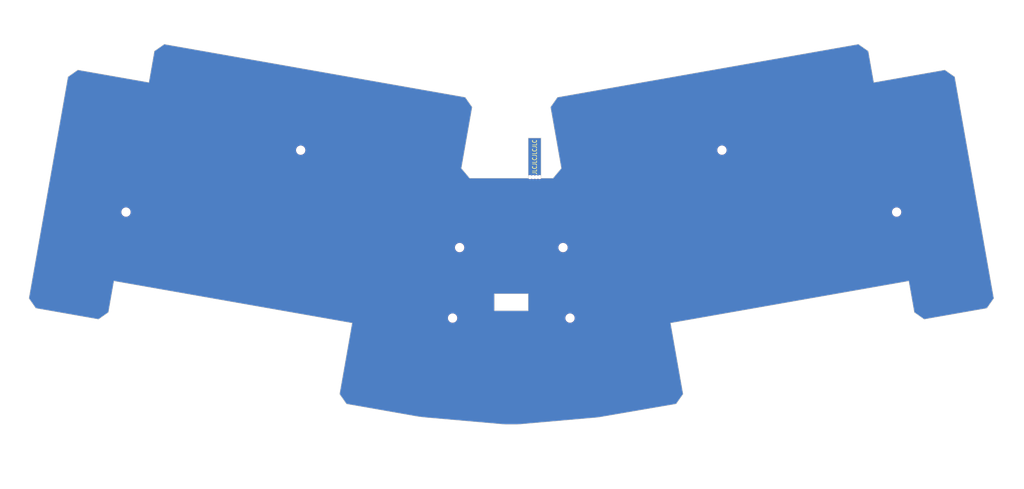
<source format=kicad_pcb>
(kicad_pcb (version 20221018) (generator pcbnew)
  (layers (0 "F.Cu" signal) (31 "B.Cu" signal) (34 "B.Paste" user) (35 "F.Paste" user) (36 "B.SilkS" user "B.Silkscreen") (37 "F.SilkS" user "F.Silkscreen") (38 "B.Mask" user) (39 "F.Mask" user) (44 "Edge.Cuts" user))
  (net 0 "")
  (footprint "kbd_Hole:m2_Screw_Hole_EdgeCuts" (layer "F.Cu") (at 41.922798 56.034725)
    (fp_text reference "Ref**" hide)
    (fp_text value "Val**" hide)
    (fp_circle (center 0 0) (end 1.1 0) (stroke (width 0.01)) (fill none) (layer "Edge.Cuts"))
  )
  (footprint "kbd_Hole:m2_Screw_Hole_EdgeCuts" (layer "F.Cu") (at 223.956255 56.034725)
    (fp_text reference "Ref**" hide)
    (fp_text value "Val**" hide)
    (fp_circle (center 0 0) (end 1.1 0) (stroke (width 0.01)) (fill none) (layer "Edge.Cuts"))
  )
  (footprint "kbd_Hole:m2_Screw_Hole_EdgeCuts" (layer "F.Cu") (at 145.152758 64.416722)
    (fp_text reference "Ref**" hide)
    (fp_text value "Val**" hide)
    (fp_circle (center 0 0) (end 1.1 0) (stroke (width 0.01)) (fill none) (layer "Edge.Cuts"))
  )
  (footprint "kbd_Hole:Mouse_Bite_Hole" (layer "F.Cu") (at 138.456255 47.774725)
    (fp_text reference "Ref**")
    (fp_text value "Val**")
    (pad "" np_thru_hole circle (at -1.1 0) (size 0.5 0.5) (drill 0.5) (layers "*.Cu" "*.Mask"))
    (pad "" np_thru_hole circle (at -0.35 0) (size 0.5 0.5) (drill 0.5) (layers "*.Cu" "*.Mask"))
    (pad "" np_thru_hole circle (at 0.4 0) (size 0.5 0.5) (drill 0.5) (layers "*.Cu" "*.Mask"))
    (pad "" np_thru_hole circle (at 1.15 0) (size 0.5 0.5) (drill 0.5) (layers "*.Cu" "*.Mask"))
  )
  (footprint "kbd_Hole:m2_Screw_Hole_EdgeCuts" (layer "F.Cu") (at 83.183824 41.412089)
    (fp_text reference "Ref**" hide)
    (fp_text value "Val**" hide)
    (fp_circle (center 0 0) (end 1.1 0) (stroke (width 0.01)) (fill none) (layer "Edge.Cuts"))
  )
  (footprint "kbd_Hole:m2_Screw_Hole_EdgeCuts" (layer "F.Cu") (at 120.726427 64.417372)
    (fp_text reference "Ref**" hide)
    (fp_text value "Val**" hide)
    (fp_circle (center 0 0) (end 1.1 0) (stroke (width 0.01)) (fill none) (layer "Edge.Cuts"))
  )
  (footprint "kbd_Hole:m2_Screw_Hole_EdgeCuts" (layer "F.Cu") (at 119.061319 81.07143)
    (fp_text reference "Ref**" hide)
    (fp_text value "Val**" hide)
    (fp_circle (center 0 0) (end 1.1 0) (stroke (width 0.01)) (fill none) (layer "Edge.Cuts"))
  )
  (footprint "kbd_Hole:m2_Screw_Hole_EdgeCuts" (layer "F.Cu") (at 182.688311 41.405031)
    (fp_text reference "Ref**" hide)
    (fp_text value "Val**" hide)
    (fp_circle (center 0 0) (end 1.1 0) (stroke (width 0.01)) (fill none) (layer "Edge.Cuts"))
  )
  (footprint "kbd_Hole:m2_Screw_Hole_EdgeCuts" (layer "F.Cu") (at 146.803759 81.07143)
    (fp_text reference "Ref**" hide)
    (fp_text value "Val**" hide)
    (fp_circle (center 0 0) (end 1.1 0) (stroke (width 0.01)) (fill none) (layer "Edge.Cuts"))
  )
  (gr_line (start 122.959566 30.209421) (end 122.680178 29.810431) (stroke (width 0.100012)) (layer "Edge.Cuts"))
  (gr_line (start 136.956255 48.02858) (end 123.101061 48.02858) (stroke (width 0.100012)) (layer "Edge.Cuts"))
  (gr_line (start 229.767183 80.86853) (end 229.981661 81.018707) (stroke (width 0.100012)) (layer "Edge.Cuts"))
  (gr_line (start 173.025011 99.710526) (end 173.175997 99.495873) (stroke (width 0.100012)) (layer "Edge.Cuts"))
  (gr_line (start 28.46655 23.906326) (end 28.46655 23.906326) (stroke (width 0.100012)) (layer "Edge.Cuts"))
  (gr_line (start 123.100321 30.410854) (end 123.100321 30.410854) (stroke (width 0.100012)) (layer "Edge.Cuts"))
  (gr_line (start 20.134151 78.049767) (end 20.134151 78.049767) (stroke (width 0.100012)) (layer "Edge.Cuts"))
  (gr_line (start 236.444261 23.220176) (end 236.244249 23.079769) (stroke (width 0.100012)) (layer "Edge.Cuts"))
  (gr_line (start 19.271398 76.817692) (end 19.271398 76.817692) (stroke (width 0.100012)) (layer "Edge.Cuts"))
  (gr_line (start 144.167192 46.386755) (end 143.995386 46.591366) (stroke (width 0.100012)) (layer "Edge.Cuts"))
  (gr_line (start 228.753679 80.158955) (end 228.753679 80.158955) (stroke (width 0.100012)) (layer "Edge.Cuts"))
  (gr_line (start 50.554811 16.660991) (end 50.336372 16.813744) (stroke (width 0.100012)) (layer "Edge.Cuts"))
  (gr_line (start 93.378382 100.455742) (end 93.378382 100.455742) (stroke (width 0.100012)) (layer "Edge.Cuts"))
  (gr_line (start 173.175997 99.495873) (end 173.175997 99.495873) (stroke (width 0.100012)) (layer "Edge.Cuts"))
  (gr_line (start 122.385958 29.390624) (end 122.385958 29.390624) (stroke (width 0.100012)) (layer "Edge.Cuts"))
  (gr_line (start 134.469225 106.179489) (end 134.469225 106.179489) (stroke (width 0.100012)) (layer "Edge.Cuts"))
  (gr_line (start 143.4013 29.534914) (end 143.4013 29.534914) (stroke (width 0.100012)) (layer "Edge.Cuts"))
  (gr_line (start 110.793962 104.310043) (end 110.793962 104.310043) (stroke (width 0.100012)) (layer "Edge.Cuts"))
  (gr_line (start 236.244249 23.079769) (end 236.244249 23.079769) (stroke (width 0.100012)) (layer "Edge.Cuts"))
  (gr_line (start 245.554354 78.338516) (end 245.707079 78.120075) (stroke (width 0.100012)) (layer "Edge.Cuts"))
  (gr_line (start 50.336372 16.813744) (end 50.336372 16.813744) (stroke (width 0.100012)) (layer "Edge.Cuts"))
  (gr_line (start 50.952852 16.382294) (end 50.952852 16.382294) (stroke (width 0.100012)) (layer "Edge.Cuts"))
  (gr_line (start 172.880739 99.915917) (end 172.880739 99.915917) (stroke (width 0.100012)) (layer "Edge.Cuts"))
  (gr_line (start 131.418756 106.179489) (end 131.418756 106.179489) (stroke (width 0.100012)) (layer "Edge.Cuts"))
  (gr_line (start 136.943621 75.319512) (end 128.942629 75.319512) (stroke (width 0.100012)) (layer "Edge.Cuts"))
  (gr_line (start 131.418756 106.179489) (end 134.469225 106.179489) (stroke (width 0.100012)) (layer "Edge.Cuts"))
  (gr_line (start 246.898134 76.419655) (end 246.898134 76.419655) (stroke (width 0.100012)) (layer "Edge.Cuts"))
  (gr_line (start 218.561281 25.415164) (end 217.252825 18.004013) (stroke (width 0.100012)) (layer "Edge.Cuts"))
  (gr_line (start 122.171129 46.920504) (end 122.00638 46.724005) (stroke (width 0.100012)) (layer "Edge.Cuts"))
  (gr_line (start 28.694162 23.746872) (end 28.694162 23.746872) (stroke (width 0.100012)) (layer "Edge.Cuts"))
  (gr_line (start 30.538731 22.455356) (end 30.373561 22.571071) (stroke (width 0.100012)) (layer "Edge.Cuts"))
  (gr_line (start 236.642885 23.359169) (end 236.444261 23.220176) (stroke (width 0.100012)) (layer "Edge.Cuts"))
  (gr_line (start 172.600283 100.314873) (end 172.739977 100.116051) (stroke (width 0.100012)) (layer "Edge.Cuts"))
  (gr_line (start 123.100321 30.410854) (end 122.959566 30.209421) (stroke (width 0.100012)) (layer "Edge.Cuts"))
  (gr_line (start 39.059336 72.316212) (end 95.34054 82.23999) (stroke (width 0.100012)) (layer "Edge.Cuts"))
  (gr_line (start 19.108308 76.584828) (end 19.271398 76.817692) (stroke (width 0.100012)) (layer "Edge.Cuts"))
  (gr_line (start 142.210688 31.235658) (end 142.210688 31.235658) (stroke (width 0.100012)) (layer "Edge.Cuts"))
  (gr_line (start 235.596559 22.626454) (end 235.352083 22.455356) (stroke (width 0.100012)) (layer "Edge.Cuts"))
  (gr_line (start 121.664186 46.316197) (end 121.664186 46.316197) (stroke (width 0.100012)) (layer "Edge.Cuts"))
  (gr_line (start 171.994554 101.176079) (end 171.994554 101.176079) (stroke (width 0.100012)) (layer "Edge.Cuts"))
  (gr_line (start 143.003374 47.773525) (end 142.862963 47.940743) (stroke (width 0.100012)) (layer "Edge.Cuts"))
  (gr_line (start 236.844301 23.500278) (end 236.844301 23.500278) (stroke (width 0.100012)) (layer "Edge.Cuts"))
  (gr_line (start 18.992633 76.419655) (end 18.992633 76.419655) (stroke (width 0.100012)) (layer "Edge.Cuts"))
  (gr_line (start 93.831705 101.103195) (end 94.002802 101.347847) (stroke (width 0.100012)) (layer "Edge.Cuts"))
  (gr_line (start 36.260574 80.771912) (end 36.461975 80.630829) (stroke (width 0.100012)) (layer "Edge.Cuts"))
  (gr_line (start 37.280737 80.057499) (end 37.280737 80.057499) (stroke (width 0.100012)) (layer "Edge.Cuts"))
  (gr_line (start 122.536241 29.605113) (end 122.385958 29.390624) (stroke (width 0.100012)) (layer "Edge.Cuts"))
  (gr_line (start 36.660766 80.491623) (end 36.660766 80.491623) (stroke (width 0.100012)) (layer "Edge.Cuts"))
  (gr_line (start 123.246019 30.618989) (end 123.246019 30.618989) (stroke (width 0.100012)) (layer "Edge.Cuts"))
  (gr_line (start 217.252825 18.004013) (end 217.087374 17.888299) (stroke (width 0.100012)) (layer "Edge.Cuts"))
  (gr_line (start 144.348871 46.170151) (end 144.348871 46.170151) (stroke (width 0.100012)) (layer "Edge.Cuts"))
  (gr_line (start 19.990359 77.844414) (end 19.990359 77.844414) (stroke (width 0.100012)) (layer "Edge.Cuts"))
  (gr_line (start 49.926973 17.100548) (end 49.926973 17.100548) (stroke (width 0.100012)) (layer "Edge.Cuts"))
  (gr_line (start 35.436169 81.349228) (end 35.436169 81.349228) (stroke (width 0.100012)) (layer "Edge.Cuts"))
  (gr_line (start 143.136019 47.615832) (end 143.003374 47.773525) (stroke (width 0.100012)) (layer "Edge.Cuts"))
  (gr_line (start 37.752966 79.726803) (end 39.059336 72.316212) (stroke (width 0.100012)) (layer "Edge.Cuts"))
  (gr_line (start 121.838808 46.524332) (end 121.838808 46.524332) (stroke (width 0.100012)) (layer "Edge.Cuts"))
  (gr_line (start 171.994554 101.176079) (end 172.158586 100.942993) (stroke (width 0.100012)) (layer "Edge.Cuts"))
  (gr_line (start 142.975504 30.143106) (end 142.835451 30.343481) (stroke (width 0.100012)) (layer "Edge.Cuts"))
  (gr_line (start 143.664125 46.986126) (end 143.496561 47.185799) (stroke (width 0.100012)) (layer "Edge.Cuts"))
  (gr_line (start 172.31241 100.724381) (end 172.458452 100.51635) (stroke (width 0.100012)) (layer "Edge.Cuts"))
  (gr_line (start 215.827989 17.006707) (end 215.408174 16.712845) (stroke (width 0.100012)) (layer "Edge.Cuts"))
  (gr_line (start 95.34054 82.23999) (end 92.380739 99.031052) (stroke (width 0.100012)) (layer "Edge.Cuts"))
  (gr_line (start 50.787647 16.498009) (end 50.787647 16.498009) (stroke (width 0.100012)) (layer "Edge.Cuts"))
  (gr_line (start 144.167192 46.386755) (end 144.167192 46.386755) (stroke (width 0.100012)) (layer "Edge.Cuts"))
  (gr_line (start 37.066212 80.207707) (end 37.280737 80.057499) (stroke (width 0.100012)) (layer "Edge.Cuts"))
  (gr_line (start 93.237985 100.255646) (end 93.378382 100.455742) (stroke (width 0.100012)) (layer "Edge.Cuts"))
  (gr_line (start 172.31241 100.724381) (end 172.31241 100.724381) (stroke (width 0.100012)) (layer "Edge.Cuts"))
  (gr_line (start 121.20521 45.769383) (end 121.131479 45.681545) (stroke (width 0.100012)) (layer "Edge.Cuts"))
  (gr_line (start 216.636171 17.572564) (end 216.636171 17.572564) (stroke (width 0.100012)) (layer "Edge.Cuts"))
  (gr_line (start 112.442499 104.518326) (end 131.418756 106.179489) (stroke (width 0.100012)) (layer "Edge.Cuts"))
  (gr_line (start 134.469225 106.179489) (end 153.44832 104.518326) (stroke (width 0.100012)) (layer "Edge.Cuts"))
  (gr_line (start 122.055414 28.918608) (end 122.055414 28.918608) (stroke (width 0.100012)) (layer "Edge.Cuts"))
  (gr_line (start 142.975504 30.143106) (end 142.975504 30.143106) (stroke (width 0.100012)) (layer "Edge.Cuts"))
  (gr_line (start 245.993929 77.710678) (end 246.133272 77.511891) (stroke (width 0.100012)) (layer "Edge.Cuts"))
  (gr_line (start 143.321932 47.393933) (end 143.136019 47.615832) (stroke (width 0.100012)) (layer "Edge.Cuts"))
  (gr_line (start 143.554399 29.316549) (end 143.554399 29.316549) (stroke (width 0.100012)) (layer "Edge.Cuts"))
  (gr_line (start 143.321932 47.393933) (end 143.321932 47.393933) (stroke (width 0.100012)) (layer "Edge.Cuts"))
  (gr_line (start 236.038927 22.936189) (end 236.038927 22.936189) (stroke (width 0.100012)) (layer "Edge.Cuts"))
  (gr_line (start 28.221898 24.077423) (end 18.992633 76.419655) (stroke (width 0.100012)) (layer "Edge.Cuts"))
  (gr_line (start 229.162889 80.445549) (end 229.561861 80.72477) (stroke (width 0.100012)) (layer "Edge.Cuts"))
  (gr_line (start 123.399126 30.837362) (end 123.246019 30.618989) (stroke (width 0.100012)) (layer "Edge.Cuts"))
  (gr_line (start 236.844301 23.500278) (end 236.642885 23.359169) (stroke (width 0.100012)) (layer "Edge.Cuts"))
  (gr_line (start 245.275652 78.736561) (end 245.391374 78.571388) (stroke (width 0.100012)) (layer "Edge.Cuts"))
  (gr_line (start 245.391374 78.571388) (end 245.554354 78.338516) (stroke (width 0.100012)) (layer "Edge.Cuts"))
  (gr_line (start 36.660766 80.491623) (end 36.860895 80.351502) (stroke (width 0.100012)) (layer "Edge.Cuts"))
  (gr_line (start 36.05261 80.917496) (end 36.260574 80.771912) (stroke (width 0.100012)) (layer "Edge.Cuts"))
  (gr_line (start 36.260574 80.771912) (end 36.260574 80.771912) (stroke (width 0.100012)) (layer "Edge.Cuts"))
  (gr_line (start 35.601339 81.233551) (end 35.601339 81.233551) (stroke (width 0.100012)) (layer "Edge.Cuts"))
  (gr_line (start 144.613802 45.854065) (end 144.477632 46.016691) (stroke (width 0.100012)) (layer "Edge.Cuts"))
  (gr_line (start 36.860895 80.351502) (end 36.860895 80.351502) (stroke (width 0.100012)) (layer "Edge.Cuts"))
  (gr_line (start 215.408174 16.712845) (end 215.408174 16.712845) (stroke (width 0.100012)) (layer "Edge.Cuts"))
  (gr_line (start 245.275652 78.736561) (end 245.275652 78.736561) (stroke (width 0.100012)) (layer "Edge.Cuts"))
  (gr_line (start 246.726656 76.664303) (end 246.726656 76.664303) (stroke (width 0.100012)) (layer "Edge.Cuts"))
  (gr_line (start 122.171129 46.920504) (end 122.171129 46.920504) (stroke (width 0.100012)) (layer "Edge.Cuts"))
  (gr_line (start 215.827989 17.006707) (end 215.827989 17.006707) (stroke (width 0.100012)) (layer "Edge.Cuts"))
  (gr_line (start 29.512889 23.17361) (end 29.314098 23.312604) (stroke (width 0.100012)) (layer "Edge.Cuts"))
  (gr_line (start 28.908687 23.59659) (end 28.908687 23.59659) (stroke (width 0.100012)) (layer "Edge.Cuts"))
  (gr_line (start 170.547472 82.23999) (end 226.82892 72.316212) (stroke (width 0.100012)) (layer "Edge.Cuts"))
  (gr_line (start 48.635948 18.004716) (end 47.329645 25.415164) (stroke (width 0.100012)) (layer "Edge.Cuts"))
  (gr_line (start 218.561281 25.415164) (end 218.561281 25.415164) (stroke (width 0.100012)) (layer "Edge.Cuts"))
  (gr_line (start 123.67782 31.235295) (end 123.562105 31.070196) (stroke (width 0.100012)) (layer "Edge.Cuts"))
  (gr_line (start 143.828874 46.789625) (end 143.828874 46.789625) (stroke (width 0.100012)) (layer "Edge.Cuts"))
  (gr_line (start 20.284364 78.264294) (end 20.443749 78.491905) (stroke (width 0.100012)) (layer "Edge.Cuts"))
  (gr_line (start 39.059336 72.316212) (end 39.059336 72.316212) (stroke (width 0.100012)) (layer "Edge.Cuts"))
  (gr_line (start 37.066212 80.207707) (end 37.066212 80.207707) (stroke (width 0.100012)) (layer "Edge.Cuts"))
  (gr_line (start 122.819895 47.693438) (end 122.819895 47.693438) (stroke (width 0.100012)) (layer "Edge.Cuts"))
  (gr_line (start 92.496446 99.196221) (end 92.659433 99.429054) (stroke (width 0.100012)) (layer "Edge.Cuts"))
  (gr_line (start 48.880598 17.833271) (end 48.880598 17.833271) (stroke (width 0.100012)) (layer "Edge.Cuts"))
  (gr_line (start 143.664125 46.986126) (end 143.664125 46.986126) (stroke (width 0.100012)) (layer "Edge.Cuts"))
  (gr_line (start 142.210688 31.235658) (end 144.758798 45.681198) (stroke (width 0.100012)) (layer "Edge.Cuts"))
  (gr_line (start 92.95788 99.855454) (end 93.098993 100.056854) (stroke (width 0.100012)) (layer "Edge.Cuts"))
  (gr_line (start 122.680178 29.810431) (end 122.680178 29.810431) (stroke (width 0.100012)) (layer "Edge.Cuts"))
  (gr_line (start 216.428392 17.426868) (end 216.226961 17.285759) (stroke (width 0.100012)) (layer "Edge.Cuts"))
  (gr_line (start 122.819895 47.693438) (end 122.509455 47.323374) (stroke (width 0.100012)) (layer "Edge.Cuts"))
  (gr_line (start 50.128408 16.959439) (end 50.128408 16.959439) (stroke (width 0.100012)) (layer "Edge.Cuts"))
  (gr_line (start 49.528087 17.379956) (end 49.322737 17.523536) (stroke (width 0.100012)) (layer "Edge.Cuts"))
  (gr_line (start 172.158586 100.942993) (end 172.31241 100.724381) (stroke (width 0.100012)) (layer "Edge.Cuts"))
  (gr_line (start 93.831705 101.103195) (end 93.831705 101.103195) (stroke (width 0.100012)) (layer "Edge.Cuts"))
  (gr_line (start 30.538731 22.455356) (end 30.538731 22.455356) (stroke (width 0.100012)) (layer "Edge.Cuts"))
  (gr_line (start 229.981661 81.018707) (end 230.454027 81.349289) (stroke (width 0.100012)) (layer "Edge.Cuts"))
  (gr_line (start 173.175997 99.495873) (end 173.336168 99.268044) (stroke (width 0.100012)) (layer "Edge.Cuts"))
  (gr_line (start 123.562105 31.070196) (end 123.562105 31.070196) (stroke (width 0.100012)) (layer "Edge.Cuts"))
  (gr_line (start 122.055414 28.918608) (end 50.952852 16.382294) (stroke (width 0.100012)) (layer "Edge.Cuts"))
  (gr_line (start 122.385958 29.390624) (end 122.226862 29.163078) (stroke (width 0.100012)) (layer "Edge.Cuts"))
  (gr_line (start 121.131479 45.681545) (end 123.67782 31.235295) (stroke (width 0.100012)) (layer "Edge.Cuts"))
  (gr_line (start 49.108211 17.673817) (end 49.108211 17.673817) (stroke (width 0.100012)) (layer "Edge.Cuts"))
  (gr_line (start 19.711029 77.44553) (end 19.711029 77.44553) (stroke (width 0.100012)) (layer "Edge.Cuts"))
  (gr_line (start 29.922253 22.886806) (end 29.922253 22.886806) (stroke (width 0.100012)) (layer "Edge.Cuts"))
  (gr_line (start 94.002802 101.347847) (end 94.002802 101.347847) (stroke (width 0.100012)) (layer "Edge.Cuts"))
  (gr_line (start 237.668764 24.077415) (end 237.668764 24.077415) (stroke (width 0.100012)) (layer "Edge.Cuts"))
  (gr_line (start 228.302477 79.843041) (end 228.535295 80.006024) (stroke (width 0.100012)) (layer "Edge.Cuts"))
  (gr_line (start 92.812189 99.647492) (end 92.95788 99.855454) (stroke (width 0.100012)) (layer "Edge.Cuts"))
  (gr_line (start 144.613802 45.854065) (end 144.613802 45.854065) (stroke (width 0.100012)) (layer "Edge.Cuts"))
  (gr_line (start 20.284364 78.264294) (end 20.284364 78.264294) (stroke (width 0.100012)) (layer "Edge.Cuts"))
  (gr_line (start 214.935808 16.381947) (end 143.833101 28.918608) (stroke (width 0.100012)) (layer "Edge.Cuts"))
  (gr_line (start 172.880739 99.915917) (end 173.025011 99.710526) (stroke (width 0.100012)) (layer "Edge.Cuts"))
  (gr_line (start 142.789232 48.02858) (end 142.789232 48.02858) (stroke (width 0.100012)) (layer "Edge.Cuts"))
  (gr_line (start 144.477632 46.016691) (end 144.477632 46.016691) (stroke (width 0.100012)) (layer "Edge.Cuts"))
  (gr_line (start 136.943621 75.319512) (end 136.943621 75.319512) (stroke (width 0.100012)) (layer "Edge.Cuts"))
  (gr_line (start 110.793962 104.310043) (end 112.442499 104.518326) (stroke (width 0.100012)) (layer "Edge.Cuts"))
  (gr_line (start 171.878481 101.341492) (end 171.994554 101.176079) (stroke (width 0.100012)) (layer "Edge.Cuts"))
  (gr_line (start 229.981661 81.018707) (end 229.981661 81.018707) (stroke (width 0.100012)) (layer "Edge.Cuts"))
  (gr_line (start 36.461975 80.630829) (end 36.461975 80.630829) (stroke (width 0.100012)) (layer "Edge.Cuts"))
  (gr_line (start 122.680178 29.810431) (end 122.536241 29.605113) (stroke (width 0.100012)) (layer "Edge.Cuts"))
  (gr_line (start 235.824449 22.785908) (end 235.596559 22.626454) (stroke (width 0.100012)) (layer "Edge.Cuts"))
  (gr_line (start 142.789232 48.02858) (end 139.956255 48.02858) (stroke (width 0.100012)) (layer "Edge.Cuts"))
  (gr_line (start 121.664186 46.316197) (end 121.478266 46.09465) (stroke (width 0.100012)) (layer "Edge.Cuts"))
  (gr_line (start 122.956064 47.855719) (end 122.956064 47.855719) (stroke (width 0.100012)) (layer "Edge.Cuts"))
  (gr_line (start 29.314098 23.312604) (end 28.908687 23.59659) (stroke (width 0.100012)) (layer "Edge.Cuts"))
  (gr_line (start 136.956255 48.02858) (end 136.956255 38.534725) (stroke (width 0.100012)) (layer "Edge.Cuts"))
  (gr_line (start 235.352083 22.455356) (end 235.352083 22.455356) (stroke (width 0.100012)) (layer "Edge.Cuts"))
  (gr_line (start 173.025011 99.710526) (end 173.025011 99.710526) (stroke (width 0.100012)) (layer "Edge.Cuts"))
  (gr_line (start 228.137377 79.727398) (end 228.137377 79.727398) (stroke (width 0.100012)) (layer "Edge.Cuts"))
  (gr_line (start 228.302477 79.843041) (end 228.302477 79.843041) (stroke (width 0.100012)) (layer "Edge.Cuts"))
  (gr_line (start 49.108211 17.673817) (end 48.880598 17.833271) (stroke (width 0.100012)) (layer "Edge.Cuts"))
  (gr_line (start 50.336372 16.813744) (end 50.128408 16.959439) (stroke (width 0.100012)) (layer "Edge.Cuts"))
  (gr_line (start 123.101061 48.02858) (end 123.101061 48.02858) (stroke (width 0.100012)) (layer "Edge.Cuts"))
  (gr_line (start 173.508333 99.023071) (end 173.508333 99.023071) (stroke (width 0.100012)) (layer "Edge.Cuts"))
  (gr_line (start 122.00638 46.724005) (end 121.838808 46.524332) (stroke (width 0.100012)) (layer "Edge.Cuts"))
  (gr_line (start 142.862963 47.940743) (end 142.862963 47.940743) (stroke (width 0.100012)) (layer "Edge.Cuts"))
  (gr_line (start 228.961458 80.304543) (end 228.961458 80.304543) (stroke (width 0.100012)) (layer "Edge.Cuts"))
  (gr_line (start 229.561861 80.72477) (end 229.767183 80.86853) (stroke (width 0.100012)) (layer "Edge.Cuts"))
  (gr_line (start 19.424327 77.036129) (end 19.424327 77.036129) (stroke (width 0.100012)) (layer "Edge.Cuts"))
  (gr_line (start 215.408174 16.712845) (end 215.18062 16.553391) (stroke (width 0.100012)) (layer "Edge.Cuts"))
  (gr_line (start 30.373561 22.571071) (end 29.922253 22.886806) (stroke (width 0.100012)) (layer "Edge.Cuts"))
  (gr_line (start 35.601339 81.233551) (end 36.05261 80.917496) (stroke (width 0.100012)) (layer "Edge.Cuts"))
  (gr_line (start 48.880598 17.833271) (end 48.635948 18.004716) (stroke (width 0.100012)) (layer "Edge.Cuts"))
  (gr_line (start 217.087374 17.888299) (end 217.087374 17.888299) (stroke (width 0.100012)) (layer "Edge.Cuts"))
  (gr_line (start 142.541582 30.763287) (end 142.541582 30.763287) (stroke (width 0.100012)) (layer "Edge.Cuts"))
  (gr_line (start 92.659433 99.429054) (end 92.659433 99.429054) (stroke (width 0.100012)) (layer "Edge.Cuts"))
  (gr_line (start 122.536241 29.605113) (end 122.536241 29.605113) (stroke (width 0.100012)) (layer "Edge.Cuts"))
  (gr_line (start 122.509455 47.323374) (end 122.171129 46.920504) (stroke (width 0.100012)) (layer "Edge.Cuts"))
  (gr_line (start 48.635948 18.004716) (end 48.635948 18.004716) (stroke (width 0.100012)) (layer "Edge.Cuts"))
  (gr_line (start 215.18062 16.553391) (end 215.18062 16.553391) (stroke (width 0.100012)) (layer "Edge.Cuts"))
  (gr_line (start 173.508333 99.023071) (end 170.547472 82.23999) (stroke (width 0.100012)) (layer "Edge.Cuts"))
  (gr_line (start 20.615057 78.736557) (end 35.436169 81.349228) (stroke (width 0.100012)) (layer "Edge.Cuts"))
  (gr_line (start 246.416902 77.106442) (end 246.567201 76.891918) (stroke (width 0.100012)) (layer "Edge.Cuts"))
  (gr_line (start 28.221898 24.077423) (end 28.221898 24.077423) (stroke (width 0.100012)) (layer "Edge.Cuts"))
  (gr_line (start 246.133272 77.511891) (end 246.133272 77.511891) (stroke (width 0.100012)) (layer "Edge.Cuts"))
  (gr_line (start 230.454058 81.349297) (end 245.275652 78.736561) (stroke (width 0.100012)) (layer "Edge.Cuts"))
  (gr_line (start 29.512889 23.17361) (end 29.512889 23.17361) (stroke (width 0.100012)) (layer "Edge.Cuts"))
  (gr_line (start 216.226961 17.285759) (end 215.827989 17.006707) (stroke (width 0.100012)) (layer "Edge.Cuts"))
  (gr_line (start 121.131479 45.681545) (end 121.131479 45.681545) (stroke (width 0.100012)) (layer "Edge.Cuts"))
  (gr_line (start 215.18062 16.553391) (end 214.935808 16.381947) (stroke (width 0.100012)) (layer "Edge.Cuts"))
  (gr_line (start 47.329645 25.415164) (end 47.329645 25.415164) (stroke (width 0.100012)) (layer "Edge.Cuts"))
  (gr_line (start 128.942629 75.319512) (end 128.942629 75.319512) (stroke (width 0.100012)) (layer "Edge.Cuts"))
  (gr_line (start 92.659433 99.429054) (end 92.812189 99.647492) (stroke (width 0.100012)) (layer "Edge.Cuts"))
  (gr_line (start 123.246019 30.618989) (end 123.100321 30.410854) (stroke (width 0.100012)) (layer "Edge.Cuts"))
  (gr_line (start 121.478266 46.09465) (end 121.345621 45.936957) (stroke (width 0.100012)) (layer "Edge.Cuts"))
  (gr_line (start 92.496446 99.196221) (end 92.496446 99.196221) (stroke (width 0.100012)) (layer "Edge.Cuts"))
  (gr_line (start 143.136019 47.615832) (end 143.136019 47.615832) (stroke (width 0.100012)) (layer "Edge.Cuts"))
  (gr_line (start 172.739977 100.116051) (end 172.880739 99.915917) (stroke (width 0.100012)) (layer "Edge.Cuts"))
  (gr_line (start 237.668764 24.077415) (end 237.503664 23.962063) (stroke (width 0.100012)) (layer "Edge.Cuts"))
  (gr_line (start 217.087374 17.888299) (end 216.636171 17.572564) (stroke (width 0.100012)) (layer "Edge.Cuts"))
  (gr_line (start 245.8528 77.912113) (end 245.993929 77.710678) (stroke (width 0.100012)) (layer "Edge.Cuts"))
  (gr_line (start 93.521959 100.661095) (end 93.521959 100.661095) (stroke (width 0.100012)) (layer "Edge.Cuts"))
  (gr_line (start 235.596559 22.626454) (end 235.596559 22.626454) (stroke (width 0.100012)) (layer "Edge.Cuts"))
  (gr_line (start 245.707079 78.120075) (end 245.707079 78.120075) (stroke (width 0.100012)) (layer "Edge.Cuts"))
  (gr_line (start 235.352083 22.455356) (end 218.561281 25.415164) (stroke (width 0.100012)) (layer "Edge.Cuts"))
  (gr_line (start 144.758798 45.681198) (end 144.758798 45.681198) (stroke (width 0.100012)) (layer "Edge.Cuts"))
  (gr_line (start 37.752966 79.726803) (end 37.752966 79.726803) (stroke (width 0.100012)) (layer "Edge.Cuts"))
  (gr_line (start 246.567201 76.891918) (end 246.726656 76.664303) (stroke (width 0.100012)) (layer "Edge.Cuts"))
  (gr_line (start 139.956255 38.534725) (end 136.956255 38.534725) (stroke (width 0.100012)) (layer "Edge.Cuts"))
  (gr_line (start 123.67782 31.235295) (end 123.67782 31.235295) (stroke (width 0.100012)) (layer "Edge.Cuts"))
  (gr_line (start 228.535295 80.006024) (end 228.535295 80.006024) (stroke (width 0.100012)) (layer "Edge.Cuts"))
  (gr_line (start 216.636171 17.572564) (end 216.428392 17.426868) (stroke (width 0.100012)) (layer "Edge.Cuts"))
  (gr_line (start 47.329645 25.415164) (end 30.538731 22.455356) (stroke (width 0.100012)) (layer "Edge.Cuts"))
  (gr_line (start 49.728182 17.239897) (end 49.528087 17.379956) (stroke (width 0.100012)) (layer "Edge.Cuts"))
  (gr_line (start 19.569989 77.244095) (end 19.569989 77.244095) (stroke (width 0.100012)) (layer "Edge.Cuts"))
  (gr_line (start 20.443749 78.491905) (end 20.615057 78.736557) (stroke (width 0.100012)) (layer "Edge.Cuts"))
  (gr_line (start 245.993929 77.710678) (end 245.993929 77.710678) (stroke (width 0.100012)) (layer "Edge.Cuts"))
  (gr_line (start 229.767183 80.86853) (end 229.767183 80.86853) (stroke (width 0.100012)) (layer "Edge.Cuts"))
  (gr_line (start 122.00638 46.724005) (end 122.00638 46.724005) (stroke (width 0.100012)) (layer "Edge.Cuts"))
  (gr_line (start 172.458452 100.51635) (end 172.600283 100.314873) (stroke (width 0.100012)) (layer "Edge.Cuts"))
  (gr_line (start 19.271398 76.817692) (end 19.424327 77.036129) (stroke (width 0.100012)) (layer "Edge.Cuts"))
  (gr_line (start 18.992633 76.419655) (end 19.108308 76.584828) (stroke (width 0.100012)) (layer "Edge.Cuts"))
  (gr_line (start 50.554811 16.660991) (end 50.554811 16.660991) (stroke (width 0.100012)) (layer "Edge.Cuts"))
  (gr_line (start 19.711029 77.44553) (end 19.990359 77.844414) (stroke (width 0.100012)) (layer "Edge.Cuts"))
  (gr_line (start 143.554399 29.316549) (end 143.4013 29.534914) (stroke (width 0.100012)) (layer "Edge.Cuts"))
  (gr_line (start 20.134151 78.049767) (end 20.284364 78.264294) (stroke (width 0.100012)) (layer "Edge.Cuts"))
  (gr_line (start 30.373561 22.571071) (end 30.373561 22.571071) (stroke (width 0.100012)) (layer "Edge.Cuts"))
  (gr_line (start 121.478266 46.09465) (end 121.478266 46.09465) (stroke (width 0.100012)) (layer "Edge.Cuts"))
  (gr_line (start 237.052462 23.645973) (end 236.844301 23.500278) (stroke (width 0.100012)) (layer "Edge.Cuts"))
  (gr_line (start 122.959566 30.209421) (end 122.959566 30.209421) (stroke (width 0.100012)) (layer "Edge.Cuts"))
  (gr_line (start 245.707079 78.120075) (end 245.8528 77.912113) (stroke (width 0.100012)) (layer "Edge.Cuts"))
  (gr_line (start 236.444261 23.220176) (end 236.444261 23.220176) (stroke (width 0.100012)) (layer "Edge.Cuts"))
  (gr_line (start 245.391374 78.571388) (end 245.391374 78.571388) (stroke (width 0.100012)) (layer "Edge.Cuts"))
  (gr_line (start 92.95788 99.855454) (end 92.95788 99.855454) (stroke (width 0.100012)) (layer "Edge.Cuts"))
  (gr_line (start 121.345621 45.936957) (end 121.345621 45.936957) (stroke (width 0.100012)) (layer "Edge.Cuts"))
  (gr_line (start 128.942629 75.319512) (end 128.942629 79.320015) (stroke (width 0.100012)) (layer "Edge.Cuts"))
  (gr_line (start 143.833101 28.918608) (end 143.833101 28.918608) (stroke (width 0.100012)) (layer "Edge.Cuts"))
  (gr_line (start 49.322737 17.523536) (end 49.108211 17.673817) (stroke (width 0.100012)) (layer "Edge.Cuts"))
  (gr_line (start 28.46655 23.906326) (end 28.221898 24.077423) (stroke (width 0.100012)) (layer "Edge.Cuts"))
  (gr_line (start 49.322737 17.523536) (end 49.322737 17.523536) (stroke (width 0.100012)) (layer "Edge.Cuts"))
  (gr_line (start 50.787647 16.498009) (end 50.554811 16.660991) (stroke (width 0.100012)) (layer "Edge.Cuts"))
  (gr_line (start 121.838808 46.524332) (end 121.664186 46.316197) (stroke (width 0.100012)) (layer "Edge.Cuts"))
  (gr_line (start 153.44832 104.518326) (end 153.44832 104.518326) (stroke (width 0.100012)) (layer "Edge.Cuts"))
  (gr_line (start 94.002802 101.347847) (end 110.793962 104.310043) (stroke (width 0.100012)) (layer "Edge.Cuts"))
  (gr_line (start 122.509455 47.323374) (end 122.509455 47.323374) (stroke (width 0.100012)) (layer "Edge.Cuts"))
  (gr_line (start 143.995386 46.591366) (end 143.828874 46.789625) (stroke (width 0.100012)) (layer "Edge.Cuts"))
  (gr_line (start 36.860895 80.351502) (end 37.066212 80.207707) (stroke (width 0.100012)) (layer "Edge.Cuts"))
  (gr_line (start 139.956255 48.02858) (end 139.956255 38.534725) (stroke (width 0.100012)) (layer "Edge.Cuts"))
  (gr_line (start 143.4013 29.534914) (end 143.25596 29.743057) (stroke (width 0.100012)) (layer "Edge.Cuts"))
  (gr_line (start 36.461975 80.630829) (end 36.660766 80.491623) (stroke (width 0.100012)) (layer "Edge.Cuts"))
  (gr_line (start 123.562105 31.070196) (end 123.399126 30.837362) (stroke (width 0.100012)) (layer "Edge.Cuts"))
  (gr_line (start 143.496561 47.185799) (end 143.496561 47.185799) (stroke (width 0.100012)) (layer "Edge.Cuts"))
  (gr_line (start 237.052462 23.645973) (end 237.052462 23.645973) (stroke (width 0.100012)) (layer "Edge.Cuts"))
  (gr_line (start 29.314098 23.312604) (end 29.314098 23.312604) (stroke (width 0.100012)) (layer "Edge.Cuts"))
  (gr_line (start 144.758798 45.681198) (end 144.613802 45.854065) (stroke (width 0.100012)) (layer "Edge.Cuts"))
  (gr_line (start 236.642885 23.359169) (end 236.642885 23.359169) (stroke (width 0.100012)) (layer "Edge.Cuts"))
  (gr_line (start 172.600283 100.314873) (end 172.600283 100.314873) (stroke (width 0.100012)) (layer "Edge.Cuts"))
  (gr_line (start 93.098993 100.056854) (end 93.237985 100.255646) (stroke (width 0.100012)) (layer "Edge.Cuts"))
  (gr_line (start 50.128408 16.959439) (end 49.926973 17.100548) (stroke (width 0.100012)) (layer "Edge.Cuts"))
  (gr_line (start 29.71429 23.032501) (end 29.512889 23.17361) (stroke (width 0.100012)) (layer "Edge.Cuts"))
  (gr_line (start 216.226961 17.285759) (end 216.226961 17.285759) (stroke (width 0.100012)) (layer "Edge.Cuts"))
  (gr_line (start 245.8528 77.912113) (end 245.8528 77.912113) (stroke (width 0.100012)) (layer "Edge.Cuts"))
  (gr_line (start 143.995386 46.591366) (end 143.995386 46.591366) (stroke (width 0.100012)) (layer "Edge.Cuts"))
  (gr_line (start 144.348871 46.170151) (end 144.167192 46.386755) (stroke (width 0.100012)) (layer "Edge.Cuts"))
  (gr_line (start 142.835451 30.343481) (end 142.691866 30.548798) (stroke (width 0.100012)) (layer "Edge.Cuts"))
  (gr_line (start 245.554354 78.338516) (end 245.554354 78.338516) (stroke (width 0.100012)) (layer "Edge.Cuts"))
  (gr_line (start 143.833101 28.918608) (end 143.554399 29.316549) (stroke (width 0.100012)) (layer "Edge.Cuts"))
  (gr_line (start 229.561861 80.72477) (end 229.561861 80.72477) (stroke (width 0.100012)) (layer "Edge.Cuts"))
  (gr_line (start 49.528087 17.379956) (end 49.528087 17.379956) (stroke (width 0.100012)) (layer "Edge.Cuts"))
  (gr_line (start 173.336168 99.268044) (end 173.508333 99.023071) (stroke (width 0.100012)) (layer "Edge.Cuts"))
  (gr_line (start 237.503664 23.962063) (end 237.503664 23.962063) (stroke (width 0.100012)) (layer "Edge.Cuts"))
  (gr_line (start 121.20521 45.769383) (end 121.20521 45.769383) (stroke (width 0.100012)) (layer "Edge.Cuts"))
  (gr_line (start 122.226862 29.163078) (end 122.055414 28.918608) (stroke (width 0.100012)) (layer "Edge.Cuts"))
  (gr_line (start 29.71429 23.032501) (end 29.71429 23.032501) (stroke (width 0.100012)) (layer "Edge.Cuts"))
  (gr_line (start 246.898134 76.419655) (end 237.668764 24.077415) (stroke (width 0.100012)) (layer "Edge.Cuts"))
  (gr_line (start 226.82892 72.316212) (end 228.137377 79.727398) (stroke (width 0.100012)) (layer "Edge.Cuts"))
  (gr_line (start 19.569989 77.244095) (end 19.711029 77.44553) (stroke (width 0.100012)) (layer "Edge.Cuts"))
  (gr_line (start 121.345621 45.936957) (end 121.20521 45.769383) (stroke (width 0.100012)) (layer "Edge.Cuts"))
  (gr_line (start 93.237985 100.255646) (end 93.237985 100.255646) (stroke (width 0.100012)) (layer "Edge.Cuts"))
  (gr_line (start 143.114855 29.944491) (end 143.114855 29.944491) (stroke (width 0.100012)) (layer "Edge.Cuts"))
  (gr_line (start 37.508348 79.898113) (end 37.752966 79.726803) (stroke (width 0.100012)) (layer "Edge.Cuts"))
  (gr_line (start 236.244249 23.079769) (end 236.038927 22.936189) (stroke (width 0.100012)) (layer "Edge.Cuts"))
  (gr_line (start 142.691866 30.548798) (end 142.691866 30.548798) (stroke (width 0.100012)) (layer "Edge.Cuts"))
  (gr_line (start 35.436169 81.349228) (end 35.601339 81.233551) (stroke (width 0.100012)) (layer "Edge.Cuts"))
  (gr_line (start 128.942629 79.320015) (end 136.943621 79.320015) (stroke (width 0.100012)) (layer "Edge.Cuts"))
  (gr_line (start 92.812189 99.647492) (end 92.812189 99.647492) (stroke (width 0.100012)) (layer "Edge.Cuts"))
  (gr_line (start 19.108308 76.584828) (end 19.108308 76.584828) (stroke (width 0.100012)) (layer "Edge.Cuts"))
  (gr_line (start 123.399126 30.837362) (end 123.399126 30.837362) (stroke (width 0.100012)) (layer "Edge.Cuts"))
  (gr_line (start 20.615057 78.736557) (end 20.615057 78.736557) (stroke (width 0.100012)) (layer "Edge.Cuts"))
  (gr_line (start 37.280737 80.057499) (end 37.508348 79.898113) (stroke (width 0.100012)) (layer "Edge.Cuts"))
  (gr_line (start 49.728182 17.239897) (end 49.728182 17.239897) (stroke (width 0.100012)) (layer "Edge.Cuts"))
  (gr_line (start 216.428392 17.426868) (end 216.428392 17.426868) (stroke (width 0.100012)) (layer "Edge.Cuts"))
  (gr_line (start 172.739977 100.116051) (end 172.739977 100.116051) (stroke (width 0.100012)) (layer "Edge.Cuts"))
  (gr_line (start 122.226862 29.163078) (end 122.226862 29.163078) (stroke (width 0.100012)) (layer "Edge.Cuts"))
  (gr_line (start 93.098993 100.056854) (end 93.098993 100.056854) (stroke (width 0.100012)) (layer "Edge.Cuts"))
  (gr_line (start 136.943621 79.320015) (end 136.943621 75.319512) (stroke (width 0.100012)) (layer "Edge.Cuts"))
  (gr_line (start 214.935808 16.381947) (end 214.935808 16.381947) (stroke (width 0.100012)) (layer "Edge.Cuts"))
  (gr_line (start 95.34054 82.23999) (end 95.34054 82.23999) (stroke (width 0.100012)) (layer "Edge.Cuts"))
  (gr_line (start 236.038927 22.936189) (end 235.824449 22.785908) (stroke (width 0.100012)) (layer "Edge.Cuts"))
  (gr_line (start 36.05261 80.917496) (end 36.05261 80.917496) (stroke (width 0.100012)) (layer "Edge.Cuts"))
  (gr_line (start 170.547472 82.23999) (end 170.547472 82.23999) (stroke (width 0.100012)) (layer "Edge.Cuts"))
  (gr_line (start 226.82892 72.316212) (end 226.82892 72.316212) (stroke (width 0.100012)) (layer "Edge.Cuts"))
  (gr_line (start 28.908687 23.59659) (end 28.694162 23.746872) (stroke (width 0.100012)) (layer "Edge.Cuts"))
  (gr_line (start 235.824449 22.785908) (end 235.824449 22.785908) (stroke (width 0.100012)) (layer "Edge.Cuts"))
  (gr_line (start 143.828874 46.789625) (end 143.664125 46.986126) (stroke (width 0.100012)) (layer "Edge.Cuts"))
  (gr_line (start 142.541582 30.763287) (end 142.210688 31.235658) (stroke (width 0.100012)) (layer "Edge.Cuts"))
  (gr_line (start 228.535295 80.006024) (end 228.753679 80.158955) (stroke (width 0.100012)) (layer "Edge.Cuts"))
  (gr_line (start 173.336168 99.268044) (end 173.336168 99.268044) (stroke (width 0.100012)) (layer "Edge.Cuts"))
  (gr_line (start 112.442499 104.518326) (end 112.442499 104.518326) (stroke (width 0.100012)) (layer "Edge.Cuts"))
  (gr_line (start 93.378382 100.455742) (end 93.521959 100.661095) (stroke (width 0.100012)) (layer "Edge.Cuts"))
  (gr_line (start 246.726656 76.664303) (end 246.898134 76.419655) (stroke (width 0.100012)) (layer "Edge.Cuts"))
  (gr_line (start 136.943621 79.320015) (end 136.943621 79.320015) (stroke (width 0.100012)) (layer "Edge.Cuts"))
  (gr_line (start 143.25596 29.743057) (end 143.25596 29.743057) (stroke (width 0.100012)) (layer "Edge.Cuts"))
  (gr_line (start 143.114855 29.944491) (end 142.975504 30.143106) (stroke (width 0.100012)) (layer "Edge.Cuts"))
  (gr_line (start 229.162889 80.445549) (end 229.162889 80.445549) (stroke (width 0.100012)) (layer "Edge.Cuts"))
  (gr_line (start 144.477632 46.016691) (end 144.348871 46.170151) (stroke (width 0.100012)) (layer "Edge.Cuts"))
  (gr_line (start 19.424327 77.036129) (end 19.569989 77.244095) (stroke (width 0.100012)) (layer "Edge.Cuts"))
  (gr_line (start 122.956064 47.855719) (end 122.819895 47.693438) (stroke (width 0.100012)) (layer "Edge.Cuts"))
  (gr_line (start 142.862963 47.940743) (end 142.789232 48.02858) (stroke (width 0.100012)) (layer "Edge.Cuts"))
  (gr_line (start 92.380739 99.031052) (end 92.496446 99.196221) (stroke (width 0.100012)) (layer "Edge.Cuts"))
  (gr_line (start 49.926973 17.100548) (end 49.728182 17.239897) (stroke (width 0.100012)) (layer "Edge.Cuts"))
  (gr_line (start 20.443749 78.491905) (end 20.443749 78.491905) (stroke (width 0.100012)) (layer "Edge.Cuts"))
  (gr_line (start 246.133272 77.511891) (end 246.416902 77.106442) (stroke (width 0.100012)) (layer "Edge.Cuts"))
  (gr_line (start 123.101061 48.02858) (end 122.956064 47.855719) (stroke (width 0.100012)) (layer "Edge.Cuts"))
  (gr_line (start 228.961458 80.304543) (end 229.162889 80.445549) (stroke (width 0.100012)) (layer "Edge.Cuts"))
  (gr_line (start 19.990359 77.844414) (end 20.134151 78.049767) (stroke (width 0.100012)) (layer "Edge.Cuts"))
  (gr_line (start 228.753679 80.158955) (end 228.961458 80.304543) (stroke (width 0.100012)) (layer "Edge.Cuts"))
  (gr_line (start 50.952852 16.382294) (end 50.787647 16.498009) (stroke (width 0.100012)) (layer "Edge.Cuts"))
  (gr_line (start 172.158586 100.942993) (end 172.158586 100.942993) (stroke (width 0.100012)) (layer "Edge.Cuts"))
  (gr_line (start 171.878481 101.341492) (end 171.878481 101.341492) (stroke (width 0.100012)) (layer "Edge.Cuts"))
  (gr_line (start 228.137377 79.727398) (end 228.302477 79.843041) (stroke (width 0.100012)) (layer "Edge.Cuts"))
  (gr_line (start 143.496561 47.185799) (end 143.321932 47.393933) (stroke (width 0.100012)) (layer "Edge.Cuts"))
  (gr_line (start 153.44832 104.518326) (end 171.878481 101.341492) (stroke (width 0.100012)) (layer "Edge.Cuts"))
  (gr_line (start 143.25596 29.743057) (end 143.114855 29.944491) (stroke (width 0.100012)) (layer "Edge.Cuts"))
  (gr_line (start 143.003374 47.773525) (end 143.003374 47.773525) (stroke (width 0.100012)) (layer "Edge.Cuts"))
  (gr_line (start 217.252825 18.004013) (end 217.252825 18.004013) (stroke (width 0.100012)) (layer "Edge.Cuts"))
  (gr_line (start 142.835451 30.343481) (end 142.835451 30.343481) (stroke (width 0.100012)) (layer "Edge.Cuts"))
  (gr_line (start 37.508348 79.898113) (end 37.508348 79.898113) (stroke (width 0.100012)) (layer "Edge.Cuts"))
  (gr_line (start 28.694162 23.746872) (end 28.46655 23.906326) (stroke (width 0.100012)) (layer "Edge.Cuts"))
  (gr_line (start 246.567201 76.891918) (end 246.567201 76.891918) (stroke (width 0.100012)) (layer "Edge.Cuts"))
  (gr_line (start 142.691866 30.548798) (end 142.541582 30.763287) (stroke (width 0.100012)) (layer "Edge.Cuts"))
  (gr_line (start 237.503664 23.962063) (end 237.052462 23.645973) (stroke (width 0.100012)) (layer "Edge.Cuts"))
  (gr_line (start 93.521959 100.661095) (end 93.831705 101.103195) (stroke (width 0.100012)) (layer "Edge.Cuts"))
  (gr_line (start 172.458452 100.51635) (end 172.458452 100.51635) (stroke (width 0.100012)) (layer "Edge.Cuts"))
  (gr_line (start 92.380739 99.031052) (end 92.380739 99.031052) (stroke (width 0.100012)) (layer "Edge.Cuts"))
  (gr_line (start 29.922253 22.886806) (end 29.71429 23.032501) (stroke (width 0.100012)) (layer "Edge.Cuts"))
  (gr_line (start 246.416902 77.106442) (end 246.416902 77.106442) (stroke (width 0.100012)) (layer "Edge.Cuts"))
  (gr_text "JLCJLCJLCJLC" (at 138.456255 43.034725 90) (layer "F.SilkS") (effects (font (size 1 0.8))))
  (zone (net 0) (net_name "") (layers "F&B.Cu") (connect_pads (clearance 0.508)) (min_thickness 0.254) (fill yes (thermal_gap 0.508) (thermal_bridge_width 0.508))
    (polygon (pts (xy 250.256255 7.634725) (xy 254.056255 121.434725) (xy 12.156255 117.634725) (xy 13.856255 5.934725)))
  )
)
</source>
